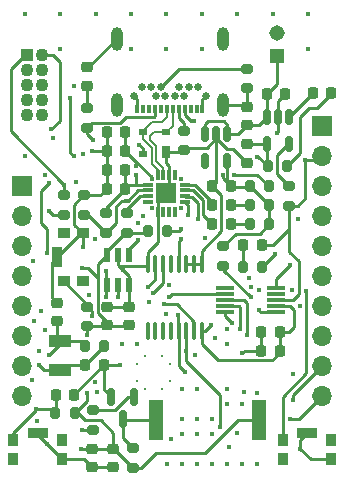
<source format=gbr>
%TF.GenerationSoftware,KiCad,Pcbnew,(6.0.7-1)-1*%
%TF.CreationDate,2022-11-20T21:12:54+11:00*%
%TF.ProjectId,esp32-clover,65737033-322d-4636-9c6f-7665722e6b69,rev?*%
%TF.SameCoordinates,Original*%
%TF.FileFunction,Copper,L1,Top*%
%TF.FilePolarity,Positive*%
%FSLAX46Y46*%
G04 Gerber Fmt 4.6, Leading zero omitted, Abs format (unit mm)*
G04 Created by KiCad (PCBNEW (6.0.7-1)-1) date 2022-11-20 21:12:54*
%MOMM*%
%LPD*%
G01*
G04 APERTURE LIST*
G04 Aperture macros list*
%AMRoundRect*
0 Rectangle with rounded corners*
0 $1 Rounding radius*
0 $2 $3 $4 $5 $6 $7 $8 $9 X,Y pos of 4 corners*
0 Add a 4 corners polygon primitive as box body*
4,1,4,$2,$3,$4,$5,$6,$7,$8,$9,$2,$3,0*
0 Add four circle primitives for the rounded corners*
1,1,$1+$1,$2,$3*
1,1,$1+$1,$4,$5*
1,1,$1+$1,$6,$7*
1,1,$1+$1,$8,$9*
0 Add four rect primitives between the rounded corners*
20,1,$1+$1,$2,$3,$4,$5,0*
20,1,$1+$1,$4,$5,$6,$7,0*
20,1,$1+$1,$6,$7,$8,$9,0*
20,1,$1+$1,$8,$9,$2,$3,0*%
G04 Aperture macros list end*
%TA.AperFunction,SMDPad,CuDef*%
%ADD10R,0.889000X0.990600*%
%TD*%
%TA.AperFunction,SMDPad,CuDef*%
%ADD11R,1.701800X0.812800*%
%TD*%
%TA.AperFunction,SMDPad,CuDef*%
%ADD12R,0.300000X0.300000*%
%TD*%
%TA.AperFunction,SMDPad,CuDef*%
%ADD13R,0.300000X0.900000*%
%TD*%
%TA.AperFunction,SMDPad,CuDef*%
%ADD14R,0.900000X0.300000*%
%TD*%
%TA.AperFunction,SMDPad,CuDef*%
%ADD15R,1.800000X1.800000*%
%TD*%
%TA.AperFunction,SMDPad,CuDef*%
%ADD16RoundRect,0.100000X-0.100000X0.637500X-0.100000X-0.637500X0.100000X-0.637500X0.100000X0.637500X0*%
%TD*%
%TA.AperFunction,SMDPad,CuDef*%
%ADD17RoundRect,0.218750X-0.218750X-0.256250X0.218750X-0.256250X0.218750X0.256250X-0.218750X0.256250X0*%
%TD*%
%TA.AperFunction,SMDPad,CuDef*%
%ADD18RoundRect,0.225000X-0.250000X0.225000X-0.250000X-0.225000X0.250000X-0.225000X0.250000X0.225000X0*%
%TD*%
%TA.AperFunction,SMDPad,CuDef*%
%ADD19RoundRect,0.011200X0.723800X0.128800X-0.723800X0.128800X-0.723800X-0.128800X0.723800X-0.128800X0*%
%TD*%
%TA.AperFunction,SMDPad,CuDef*%
%ADD20R,1.905000X1.092200*%
%TD*%
%TA.AperFunction,SMDPad,CuDef*%
%ADD21RoundRect,0.225000X0.225000X0.250000X-0.225000X0.250000X-0.225000X-0.250000X0.225000X-0.250000X0*%
%TD*%
%TA.AperFunction,SMDPad,CuDef*%
%ADD22RoundRect,0.200000X0.275000X-0.200000X0.275000X0.200000X-0.275000X0.200000X-0.275000X-0.200000X0*%
%TD*%
%TA.AperFunction,SMDPad,CuDef*%
%ADD23R,0.990600X0.889000*%
%TD*%
%TA.AperFunction,SMDPad,CuDef*%
%ADD24R,0.812800X1.701800*%
%TD*%
%TA.AperFunction,SMDPad,CuDef*%
%ADD25RoundRect,0.200000X0.200000X0.275000X-0.200000X0.275000X-0.200000X-0.275000X0.200000X-0.275000X0*%
%TD*%
%TA.AperFunction,SMDPad,CuDef*%
%ADD26RoundRect,0.200000X-0.275000X0.200000X-0.275000X-0.200000X0.275000X-0.200000X0.275000X0.200000X0*%
%TD*%
%TA.AperFunction,SMDPad,CuDef*%
%ADD27RoundRect,0.200000X-0.200000X-0.275000X0.200000X-0.275000X0.200000X0.275000X-0.200000X0.275000X0*%
%TD*%
%TA.AperFunction,SMDPad,CuDef*%
%ADD28RoundRect,0.225000X0.250000X-0.225000X0.250000X0.225000X-0.250000X0.225000X-0.250000X-0.225000X0*%
%TD*%
%TA.AperFunction,SMDPad,CuDef*%
%ADD29R,0.700000X1.000000*%
%TD*%
%TA.AperFunction,SMDPad,CuDef*%
%ADD30R,0.700000X0.600000*%
%TD*%
%TA.AperFunction,SMDPad,CuDef*%
%ADD31RoundRect,0.040600X-0.249400X0.564400X-0.249400X-0.564400X0.249400X-0.564400X0.249400X0.564400X0*%
%TD*%
%TA.AperFunction,ComponentPad*%
%ADD32R,1.308000X1.308000*%
%TD*%
%TA.AperFunction,ComponentPad*%
%ADD33C,1.308000*%
%TD*%
%TA.AperFunction,SMDPad,CuDef*%
%ADD34RoundRect,0.150000X-0.150000X0.512500X-0.150000X-0.512500X0.150000X-0.512500X0.150000X0.512500X0*%
%TD*%
%TA.AperFunction,SMDPad,CuDef*%
%ADD35RoundRect,0.225000X-0.225000X-0.250000X0.225000X-0.250000X0.225000X0.250000X-0.225000X0.250000X0*%
%TD*%
%TA.AperFunction,SMDPad,CuDef*%
%ADD36RoundRect,0.218750X-0.256250X0.218750X-0.256250X-0.218750X0.256250X-0.218750X0.256250X0.218750X0*%
%TD*%
%TA.AperFunction,SMDPad,CuDef*%
%ADD37R,0.350000X0.700000*%
%TD*%
%TA.AperFunction,ComponentPad*%
%ADD38C,0.650000*%
%TD*%
%TA.AperFunction,ComponentPad*%
%ADD39O,1.000000X2.000000*%
%TD*%
%TA.AperFunction,SMDPad,CuDef*%
%ADD40R,1.300000X3.400000*%
%TD*%
%TA.AperFunction,ComponentPad*%
%ADD41R,1.100000X1.100000*%
%TD*%
%TA.AperFunction,ComponentPad*%
%ADD42C,1.100000*%
%TD*%
%TA.AperFunction,SMDPad,CuDef*%
%ADD43RoundRect,0.150000X-0.150000X0.587500X-0.150000X-0.587500X0.150000X-0.587500X0.150000X0.587500X0*%
%TD*%
%TA.AperFunction,SMDPad,CuDef*%
%ADD44RoundRect,0.218750X0.218750X0.256250X-0.218750X0.256250X-0.218750X-0.256250X0.218750X-0.256250X0*%
%TD*%
%TA.AperFunction,ComponentPad*%
%ADD45C,0.300000*%
%TD*%
%TA.AperFunction,ComponentPad*%
%ADD46R,1.700000X1.700000*%
%TD*%
%TA.AperFunction,ComponentPad*%
%ADD47O,1.700000X1.700000*%
%TD*%
%TA.AperFunction,ViaPad*%
%ADD48C,0.450000*%
%TD*%
%TA.AperFunction,Conductor*%
%ADD49C,0.250000*%
%TD*%
%TA.AperFunction,Conductor*%
%ADD50C,0.200000*%
%TD*%
G04 APERTURE END LIST*
D10*
%TO.P,SW2,1,1*%
%TO.N,/ESP32_BOOT*%
X108850002Y-69099999D03*
%TO.P,SW2,2,2*%
%TO.N,unconnected-(SW2-Pad2)*%
X108850002Y-70700001D03*
%TO.P,SW2,3,3*%
%TO.N,unconnected-(SW2-Pad3)*%
X112949998Y-69099999D03*
%TO.P,SW2,4,4*%
%TO.N,GND*%
X112949998Y-70700001D03*
D11*
%TO.P,SW2,5,5*%
X110900000Y-68500000D03*
%TD*%
D12*
%TO.P,U2,1,RS485/GPIO.1*%
%TO.N,unconnected-(U2-Pad1)*%
X100250000Y-46950000D03*
D13*
%TO.P,U2,2,CLK/GPIO.0*%
%TO.N,unconnected-(U2-Pad2)*%
X99750000Y-46650000D03*
%TO.P,U2,3,GND*%
%TO.N,GND*%
X99250000Y-46650000D03*
%TO.P,U2,4,D+*%
%TO.N,/USB_D+*%
X98750000Y-46650000D03*
%TO.P,U2,5,D-*%
%TO.N,/USB_D-*%
X98250000Y-46650000D03*
D12*
%TO.P,U2,6,VDD*%
%TO.N,+3.3V*%
X97750000Y-46950000D03*
D14*
%TO.P,U2,7,VREGIN*%
%TO.N,VBUS*%
X97450000Y-47450000D03*
%TO.P,U2,8,VBUS*%
%TO.N,Net-(D2-Pad4)*%
X97450000Y-47950000D03*
%TO.P,U2,9,~{RST}*%
%TO.N,Net-(R6-Pad1)*%
X97450000Y-48450000D03*
%TO.P,U2,10,NC*%
%TO.N,unconnected-(U2-Pad10)*%
X97450000Y-48950000D03*
D12*
%TO.P,U2,11,~{SUSPEND}*%
%TO.N,unconnected-(U2-Pad11)*%
X97750000Y-49450000D03*
D13*
%TO.P,U2,12,GND*%
%TO.N,GND*%
X98250000Y-49750000D03*
%TO.P,U2,13,~{WAKEUP}*%
%TO.N,unconnected-(U2-Pad13)*%
X98750000Y-49750000D03*
%TO.P,U2,14,SUSPEND*%
%TO.N,unconnected-(U2-Pad14)*%
X99250000Y-49750000D03*
%TO.P,U2,15,~{CTS}*%
%TO.N,unconnected-(U2-Pad15)*%
X99750000Y-49750000D03*
D12*
%TO.P,U2,16,~{RTS}*%
%TO.N,unconnected-(U2-Pad16)*%
X100250000Y-49450000D03*
D14*
%TO.P,U2,17,RXD*%
%TO.N,/UART_RX*%
X100550000Y-48950000D03*
%TO.P,U2,18,TXD*%
%TO.N,/UART_TX*%
X100550000Y-48450000D03*
%TO.P,U2,19,~{RXT}/GPIO.3*%
%TO.N,Net-(D4-Pad1)*%
X100550000Y-47950000D03*
%TO.P,U2,20,~{TXT}/GPIO.2*%
%TO.N,Net-(D3-Pad1)*%
X100550000Y-47450000D03*
D15*
%TO.P,U2,21,GND*%
%TO.N,GND*%
X99000000Y-48200000D03*
%TD*%
D16*
%TO.P,U5,1,A0*%
%TO.N,GND*%
X101975000Y-54137500D03*
%TO.P,U5,2,A1*%
X101325000Y-54137500D03*
%TO.P,U5,3,A2*%
X100675000Y-54137500D03*
%TO.P,U5,4,P0*%
%TO.N,TCA9534_P0*%
X100025000Y-54137500D03*
%TO.P,U5,5,P1*%
%TO.N,TCA9534_P1*%
X99375000Y-54137500D03*
%TO.P,U5,6,P2*%
%TO.N,TCA9534_P2*%
X98725000Y-54137500D03*
%TO.P,U5,7,P3*%
%TO.N,TCA9534_P3*%
X98075000Y-54137500D03*
%TO.P,U5,8,GND*%
%TO.N,GND*%
X97425000Y-54137500D03*
%TO.P,U5,9,P4*%
%TO.N,TCA9534_P4*%
X97425000Y-59862500D03*
%TO.P,U5,10,P5*%
%TO.N,TCA9534_P5*%
X98075000Y-59862500D03*
%TO.P,U5,11,P6*%
%TO.N,TCA9534_P6*%
X98725000Y-59862500D03*
%TO.P,U5,12,P7*%
%TO.N,TCA9534_P7*%
X99375000Y-59862500D03*
%TO.P,U5,13,~{INT}*%
%TO.N,GPIO21{slash}TCA9534_INT*%
X100025000Y-59862500D03*
%TO.P,U5,14,SCL*%
%TO.N,I2C_SCL*%
X100675000Y-59862500D03*
%TO.P,U5,15,SDA*%
%TO.N,I2C_SDA*%
X101325000Y-59862500D03*
%TO.P,U5,16,VDD*%
%TO.N,+3.3V*%
X101975000Y-59862500D03*
%TD*%
D17*
%TO.P,D1,1,K*%
%TO.N,Net-(D1-Pad1)*%
X111400000Y-39700000D03*
%TO.P,D1,2,A*%
%TO.N,Net-(D1-Pad2)*%
X112975000Y-39700000D03*
%TD*%
D18*
%TO.P,C10,1*%
%TO.N,+3.3V*%
X92700000Y-69825000D03*
%TO.P,C10,2*%
%TO.N,GND*%
X92700000Y-71375000D03*
%TD*%
D19*
%TO.P,U6,1,~{CS}*%
%TO.N,GPIO4{slash}ADC_CS*%
X108280000Y-58200000D03*
%TO.P,U6,2,VA*%
%TO.N,+3.3V*%
X108280000Y-57700000D03*
%TO.P,U6,3,GND*%
%TO.N,GND*%
X108280000Y-57200000D03*
%TO.P,U6,4,IN4*%
%TO.N,ADC_IN4*%
X108280000Y-56700000D03*
%TO.P,U6,5,IN3*%
%TO.N,ADC_IN3*%
X108280000Y-56200000D03*
%TO.P,U6,6,IN2*%
%TO.N,ADC_IN2*%
X103980000Y-56200000D03*
%TO.P,U6,7,IN1*%
%TO.N,ADC_IN1*%
X103980000Y-56700000D03*
%TO.P,U6,8,DIN*%
%TO.N,SPI_MOSI*%
X103980000Y-57200000D03*
%TO.P,U6,9,DOUT*%
%TO.N,SPI_MISO*%
X103980000Y-57700000D03*
%TO.P,U6,10,SCLK*%
%TO.N,SPI_SCK*%
X103980000Y-58200000D03*
%TD*%
D20*
%TO.P,Y1,1*%
%TO.N,Net-(C13-Pad1)*%
X90000000Y-60725000D03*
%TO.P,Y1,2*%
%TO.N,Net-(C12-Pad1)*%
X90000000Y-63163400D03*
%TD*%
D21*
%TO.P,C3,1*%
%TO.N,VBUS*%
X95500000Y-47800000D03*
%TO.P,C3,2*%
%TO.N,GND*%
X93950000Y-47800000D03*
%TD*%
D22*
%TO.P,R13,1*%
%TO.N,Net-(R13-Pad1)*%
X103800000Y-54325000D03*
%TO.P,R13,2*%
%TO.N,+3.3V*%
X103800000Y-52675000D03*
%TD*%
D21*
%TO.P,C7,1*%
%TO.N,+3.3V*%
X95500000Y-44600000D03*
%TO.P,C7,2*%
%TO.N,GND*%
X93950000Y-44600000D03*
%TD*%
D23*
%TO.P,SW3,1,1*%
%TO.N,/GPI34{slash}BTN*%
X90299999Y-55649998D03*
%TO.P,SW3,2,2*%
%TO.N,unconnected-(SW3-Pad2)*%
X91900001Y-55649998D03*
%TO.P,SW3,3,3*%
%TO.N,unconnected-(SW3-Pad3)*%
X90299999Y-51550002D03*
%TO.P,SW3,4,4*%
%TO.N,GND*%
X91900001Y-51550002D03*
D24*
%TO.P,SW3,5,5*%
X89700000Y-53600000D03*
%TD*%
D25*
%TO.P,R14,1*%
%TO.N,Net-(JP2-Pad2)*%
X107700000Y-47600000D03*
%TO.P,R14,2*%
%TO.N,+3.3V*%
X106050000Y-47600000D03*
%TD*%
D22*
%TO.P,R3,1*%
%TO.N,GND*%
X109400000Y-49225000D03*
%TO.P,R3,2*%
%TO.N,Net-(R3-Pad2)*%
X109400000Y-47575000D03*
%TD*%
%TO.P,R15,1*%
%TO.N,Net-(JP3-Pad2)*%
X90350000Y-50000000D03*
%TO.P,R15,2*%
%TO.N,+3.3V*%
X90350000Y-48350000D03*
%TD*%
%TO.P,R5,1*%
%TO.N,Net-(D2-Pad4)*%
X92000000Y-50025000D03*
%TO.P,R5,2*%
%TO.N,GND*%
X92000000Y-48375000D03*
%TD*%
D26*
%TO.P,R4,1*%
%TO.N,VBUS*%
X93900000Y-49875000D03*
%TO.P,R4,2*%
%TO.N,Net-(D2-Pad4)*%
X93900000Y-51525000D03*
%TD*%
D27*
%TO.P,R2,1*%
%TO.N,VBUS*%
X107575000Y-45900000D03*
%TO.P,R2,2*%
%TO.N,Net-(D1-Pad2)*%
X109225000Y-45900000D03*
%TD*%
D18*
%TO.P,C11,1*%
%TO.N,+3.3V*%
X94500000Y-69825000D03*
%TO.P,C11,2*%
%TO.N,GND*%
X94500000Y-71375000D03*
%TD*%
D28*
%TO.P,C5,1*%
%TO.N,/VBAT*%
X105800000Y-42400000D03*
%TO.P,C5,2*%
%TO.N,GND*%
X105800000Y-40850000D03*
%TD*%
D18*
%TO.P,C1,1*%
%TO.N,VBUS*%
X105800000Y-44050000D03*
%TO.P,C1,2*%
%TO.N,GND*%
X105800000Y-45600000D03*
%TD*%
D29*
%TO.P,D2,1,A*%
%TO.N,GND*%
X99000000Y-44700000D03*
D30*
%TO.P,D2,2,K*%
%TO.N,/USB_D+*%
X99000000Y-43000000D03*
%TO.P,D2,3,K*%
%TO.N,/USB_D-*%
X97000000Y-43000000D03*
%TO.P,D2,4,K*%
%TO.N,Net-(D2-Pad4)*%
X97000000Y-44900000D03*
%TD*%
D31*
%TO.P,U7,1,VOUT*%
%TO.N,DAC_VOUT*%
X95850000Y-53445000D03*
%TO.P,U7,2,GND*%
%TO.N,GND*%
X94900000Y-53445000D03*
%TO.P,U7,3,VDD*%
%TO.N,+3.3V*%
X93950000Y-53445000D03*
%TO.P,U7,4,SDA*%
%TO.N,I2C_SDA*%
X93950000Y-55955000D03*
%TO.P,U7,5,SCL*%
%TO.N,I2C_SCL*%
X94900000Y-55955000D03*
%TO.P,U7,6,A0*%
%TO.N,GND*%
X95850000Y-55955000D03*
%TD*%
D26*
%TO.P,R6,1*%
%TO.N,Net-(R6-Pad1)*%
X95700000Y-49875000D03*
%TO.P,R6,2*%
%TO.N,+3.3V*%
X95700000Y-51525000D03*
%TD*%
D22*
%TO.P,R1,1*%
%TO.N,GND*%
X100500000Y-44550000D03*
%TO.P,R1,2*%
%TO.N,Net-(J1-PadA5)*%
X100500000Y-42900000D03*
%TD*%
D10*
%TO.P,SW1,1,1*%
%TO.N,Net-(C9-Pad1)*%
X86050002Y-69099999D03*
%TO.P,SW1,2,2*%
%TO.N,unconnected-(SW1-Pad2)*%
X86050002Y-70700001D03*
%TO.P,SW1,3,3*%
%TO.N,unconnected-(SW1-Pad3)*%
X90149998Y-69099999D03*
%TO.P,SW1,4,4*%
%TO.N,GND*%
X90149998Y-70700001D03*
D11*
%TO.P,SW1,5,5*%
X88100000Y-68500000D03*
%TD*%
D28*
%TO.P,C13,1*%
%TO.N,Net-(C13-Pad1)*%
X89700000Y-59000000D03*
%TO.P,C13,2*%
%TO.N,GND*%
X89700000Y-57450000D03*
%TD*%
%TO.P,C15,1*%
%TO.N,+3.3V*%
X95800000Y-59375000D03*
%TO.P,C15,2*%
%TO.N,GND*%
X95800000Y-57825000D03*
%TD*%
D32*
%TO.P,J2,1,1*%
%TO.N,/VBAT*%
X108387500Y-36600000D03*
D33*
%TO.P,J2,2,2*%
%TO.N,GND*%
X108387500Y-34600000D03*
%TD*%
D17*
%TO.P,D4,1,K*%
%TO.N,Net-(D4-Pad1)*%
X102887500Y-50800000D03*
%TO.P,D4,2,A*%
%TO.N,Net-(D4-Pad2)*%
X104462500Y-50800000D03*
%TD*%
D34*
%TO.P,U3,1,VIN*%
%TO.N,/VBAT*%
X104150000Y-43162500D03*
%TO.P,U3,2,GND*%
%TO.N,GND*%
X103200000Y-43162500D03*
%TO.P,U3,3,EN*%
%TO.N,/VBAT*%
X102250000Y-43162500D03*
%TO.P,U3,4,NC*%
%TO.N,unconnected-(U3-Pad4)*%
X102250000Y-45437500D03*
%TO.P,U3,5,VOUT*%
%TO.N,+3.3V*%
X104150000Y-45437500D03*
%TD*%
D26*
%TO.P,R19,1*%
%TO.N,/GPI34{slash}BTN*%
X92300000Y-57775000D03*
%TO.P,R19,2*%
%TO.N,+3.3V*%
X92300000Y-59425000D03*
%TD*%
D27*
%TO.P,R10,1*%
%TO.N,Net-(C9-Pad1)*%
X89575000Y-66825000D03*
%TO.P,R10,2*%
%TO.N,+3.3V*%
X91225000Y-66825000D03*
%TD*%
D28*
%TO.P,C14,1*%
%TO.N,+3.3V*%
X94000000Y-59375000D03*
%TO.P,C14,2*%
%TO.N,GND*%
X94000000Y-57825000D03*
%TD*%
D35*
%TO.P,C9,1*%
%TO.N,Net-(C9-Pad1)*%
X89625000Y-65225000D03*
%TO.P,C9,2*%
%TO.N,GND*%
X91175000Y-65225000D03*
%TD*%
D36*
%TO.P,D6,1,K*%
%TO.N,GND*%
X92300000Y-37525000D03*
%TO.P,D6,2,A*%
%TO.N,Net-(D6-Pad2)*%
X92300000Y-39100000D03*
%TD*%
D26*
%TO.P,R7,1*%
%TO.N,Net-(J1-PadB5)*%
X105800000Y-37650000D03*
%TO.P,R7,2*%
%TO.N,GND*%
X105800000Y-39300000D03*
%TD*%
D35*
%TO.P,C12,1*%
%TO.N,Net-(C12-Pad1)*%
X92125000Y-62700000D03*
%TO.P,C12,2*%
%TO.N,GND*%
X93675000Y-62700000D03*
%TD*%
D17*
%TO.P,D3,1,K*%
%TO.N,Net-(D3-Pad1)*%
X102887500Y-49200000D03*
%TO.P,D3,2,A*%
%TO.N,Net-(D3-Pad2)*%
X104462500Y-49200000D03*
%TD*%
D21*
%TO.P,C2,1*%
%TO.N,VBUS*%
X95500000Y-46200000D03*
%TO.P,C2,2*%
%TO.N,GND*%
X93950000Y-46200000D03*
%TD*%
D25*
%TO.P,R11,1*%
%TO.N,Net-(JP1-Pad1)*%
X99050000Y-51400000D03*
%TO.P,R11,2*%
%TO.N,+3.3V*%
X97400000Y-51400000D03*
%TD*%
D21*
%TO.P,C8,1*%
%TO.N,+3.3V*%
X104450000Y-47600000D03*
%TO.P,C8,2*%
%TO.N,GND*%
X102900000Y-47600000D03*
%TD*%
D37*
%TO.P,J1,A1,GND1.1*%
%TO.N,GND*%
X102050000Y-41037790D03*
%TO.P,J1,A2,SSTXP1*%
%TO.N,unconnected-(J1-PadA2)*%
X101550000Y-41037790D03*
%TO.P,J1,A3,SSTXN1*%
%TO.N,unconnected-(J1-PadA3)*%
X101050000Y-41037790D03*
%TO.P,J1,A4,VBUS1.1*%
%TO.N,VBUS*%
X100550000Y-41037790D03*
%TO.P,J1,A5,CC1*%
%TO.N,Net-(J1-PadA5)*%
X100050000Y-41037790D03*
%TO.P,J1,A6,DP1*%
%TO.N,/USB_D+*%
X99550000Y-41037790D03*
%TO.P,J1,A7,DN1*%
%TO.N,/USB_D-*%
X99050000Y-41037790D03*
%TO.P,J1,A8,SBU1*%
%TO.N,unconnected-(J1-PadA8)*%
X98550000Y-41037790D03*
%TO.P,J1,A9,VBUS1.2*%
%TO.N,VBUS*%
X98050000Y-41037790D03*
%TO.P,J1,A10,SSRXN2*%
%TO.N,unconnected-(J1-PadA10)*%
X97550000Y-41037790D03*
%TO.P,J1,A11,SSRXP2*%
%TO.N,unconnected-(J1-PadA11)*%
X97050000Y-41037790D03*
%TO.P,J1,A12,GND1.2*%
%TO.N,GND*%
X96550000Y-41037790D03*
D38*
%TO.P,J1,B1,GND2.1*%
X96250000Y-39917790D03*
%TO.P,J1,B2,SSTXP2*%
%TO.N,unconnected-(J1-PadB2)*%
X96900000Y-39217790D03*
%TO.P,J1,B3,SSTXN2*%
%TO.N,unconnected-(J1-PadB3)*%
X97700000Y-39217790D03*
%TO.P,J1,B4,VBUS2.1*%
%TO.N,unconnected-(J1-PadB4)*%
X98100000Y-39917790D03*
%TO.P,J1,B5,CC2*%
%TO.N,Net-(J1-PadB5)*%
X98500000Y-39217790D03*
%TO.P,J1,B6,DP2*%
%TO.N,unconnected-(J1-PadB6)*%
X98900000Y-39917790D03*
%TO.P,J1,B7,DN2*%
%TO.N,unconnected-(J1-PadB7)*%
X99700000Y-39917790D03*
%TO.P,J1,B8,SBU2*%
%TO.N,unconnected-(J1-PadB8)*%
X100100000Y-39217790D03*
%TO.P,J1,B9,VBUS2.2*%
%TO.N,unconnected-(J1-PadB9)*%
X100500000Y-39917790D03*
%TO.P,J1,B10,SSRXN1*%
%TO.N,unconnected-(J1-PadB10)*%
X100900000Y-39217790D03*
%TO.P,J1,B11,SSRXP1*%
%TO.N,unconnected-(J1-PadB11)*%
X101700000Y-39217790D03*
%TO.P,J1,B12,GND2.2*%
%TO.N,GND*%
X102350000Y-39917790D03*
D39*
%TO.P,J1,S1,SHIELD*%
X103800000Y-40717790D03*
%TO.P,J1,S2,SHIELD*%
X94800000Y-40717790D03*
%TO.P,J1,S3,SHIELD*%
X103800000Y-35117790D03*
%TO.P,J1,S4,SHIELD*%
X94800000Y-35117790D03*
%TD*%
D40*
%TO.P,LS1,1*%
%TO.N,+3.3V*%
X106850000Y-67400000D03*
%TO.P,LS1,2*%
%TO.N,Net-(LS1-Pad2)*%
X98150000Y-67400000D03*
%TD*%
D27*
%TO.P,R12,1*%
%TO.N,Net-(C13-Pad1)*%
X92075000Y-61100000D03*
%TO.P,R12,2*%
%TO.N,Net-(C12-Pad1)*%
X93725000Y-61100000D03*
%TD*%
D25*
%TO.P,R8,1*%
%TO.N,+3.3V*%
X107700000Y-49200000D03*
%TO.P,R8,2*%
%TO.N,Net-(D3-Pad2)*%
X106050000Y-49200000D03*
%TD*%
D21*
%TO.P,C17,1*%
%TO.N,+3.3V*%
X108600000Y-59900000D03*
%TO.P,C17,2*%
%TO.N,GND*%
X107050000Y-59900000D03*
%TD*%
%TO.P,C6,1*%
%TO.N,+3.3V*%
X95500000Y-43000000D03*
%TO.P,C6,2*%
%TO.N,GND*%
X93950000Y-43000000D03*
%TD*%
D35*
%TO.P,C4,1*%
%TO.N,/VBAT*%
X107500000Y-39800000D03*
%TO.P,C4,2*%
%TO.N,GND*%
X109050000Y-39800000D03*
%TD*%
D41*
%TO.P,J4,1,VTref*%
%TO.N,+3.3V*%
X87165000Y-36460000D03*
D42*
%TO.P,J4,2,SWDIO/TMS*%
%TO.N,/DEBUG_TMS*%
X88435000Y-36460000D03*
%TO.P,J4,3,GND*%
%TO.N,GND*%
X87165000Y-37730000D03*
%TO.P,J4,4,SWDCLK/TCK*%
%TO.N,/DEBUG_TCK*%
X88435000Y-37730000D03*
%TO.P,J4,5,GND*%
%TO.N,GND*%
X87165000Y-39000000D03*
%TO.P,J4,6,SWO/TDO*%
%TO.N,/DEBUG_TDO*%
X88435000Y-39000000D03*
%TO.P,J4,7,KEY*%
%TO.N,unconnected-(J4-Pad7)*%
X87165000Y-40270000D03*
%TO.P,J4,8,NC/TDI*%
%TO.N,/DEBUG_TDI*%
X88435000Y-40270000D03*
%TO.P,J4,9,GNDDetect*%
%TO.N,GND*%
X87165000Y-41540000D03*
%TO.P,J4,10,~{RESET}*%
%TO.N,unconnected-(J4-Pad10)*%
X88435000Y-41540000D03*
%TD*%
D43*
%TO.P,Q1,1,B*%
%TO.N,Net-(Q1-Pad1)*%
X96250000Y-65462500D03*
%TO.P,Q1,2,E*%
%TO.N,GND*%
X94350000Y-65462500D03*
%TO.P,Q1,3,C*%
%TO.N,Net-(LS1-Pad2)*%
X95300000Y-67337500D03*
%TD*%
D25*
%TO.P,R9,1*%
%TO.N,+3.3V*%
X107700000Y-50800000D03*
%TO.P,R9,2*%
%TO.N,Net-(D4-Pad2)*%
X106050000Y-50800000D03*
%TD*%
D27*
%TO.P,R16,1*%
%TO.N,Net-(D5-Pad2)*%
X105475000Y-54400000D03*
%TO.P,R16,2*%
%TO.N,Net-(JP4-Pad2)*%
X107125000Y-54400000D03*
%TD*%
D26*
%TO.P,R20,1*%
%TO.N,Net-(D6-Pad2)*%
X92300000Y-40975000D03*
%TO.P,R20,2*%
%TO.N,VBUS*%
X92300000Y-42625000D03*
%TD*%
%TO.P,R18,1*%
%TO.N,Net-(LS1-Pad2)*%
X96200000Y-69775000D03*
%TO.P,R18,2*%
%TO.N,+3.3V*%
X96200000Y-71425000D03*
%TD*%
D34*
%TO.P,U1,1,STAT*%
%TO.N,Net-(D1-Pad1)*%
X109400000Y-41762500D03*
%TO.P,U1,2,VSS*%
%TO.N,GND*%
X108450000Y-41762500D03*
%TO.P,U1,3,VBAT*%
%TO.N,/VBAT*%
X107500000Y-41762500D03*
%TO.P,U1,4,VDD*%
%TO.N,VBUS*%
X107500000Y-44037500D03*
%TO.P,U1,5,PROG*%
%TO.N,Net-(R3-Pad2)*%
X109400000Y-44037500D03*
%TD*%
D44*
%TO.P,D5,1,K*%
%TO.N,GND*%
X107087500Y-52600000D03*
%TO.P,D5,2,A*%
%TO.N,Net-(D5-Pad2)*%
X105512500Y-52600000D03*
%TD*%
D21*
%TO.P,C16,1*%
%TO.N,+3.3V*%
X108575000Y-61500000D03*
%TO.P,C16,2*%
%TO.N,GND*%
X107025000Y-61500000D03*
%TD*%
D26*
%TO.P,R17,1*%
%TO.N,Net-(Q1-Pad1)*%
X92750000Y-66575000D03*
%TO.P,R17,2*%
%TO.N,GPIO27{slash}PIEZO*%
X92750000Y-68225000D03*
%TD*%
D45*
%TO.P,U4,39_10*%
%TO.N,N/C*%
X97200000Y-64740000D03*
%TO.P,U4,39_11*%
X98600000Y-64740000D03*
%TO.P,U4,39_12*%
X96500000Y-64040000D03*
%TO.P,U4,39_14*%
X99300000Y-64040000D03*
%TO.P,U4,39_17*%
X96500000Y-62640000D03*
%TO.P,U4,39_19*%
X99300000Y-62640000D03*
%TO.P,U4,39_20*%
X97200000Y-61940000D03*
%TO.P,U4,39_21*%
X98600000Y-61940000D03*
%TD*%
D46*
%TO.P,J3,1,Pin_1*%
%TO.N,DAC_VOUT*%
X86800000Y-47575000D03*
D47*
%TO.P,J3,2,Pin_2*%
%TO.N,ADC_IN1*%
X86800000Y-50115000D03*
%TO.P,J3,3,Pin_3*%
%TO.N,TCA9534_P3*%
X86800000Y-52655000D03*
%TO.P,J3,4,Pin_4*%
%TO.N,TCA9534_P2*%
X86800000Y-55195000D03*
%TO.P,J3,5,Pin_5*%
%TO.N,I2C_SCL*%
X86800000Y-57735000D03*
%TO.P,J3,6,Pin_6*%
%TO.N,I2C_SDA*%
X86800000Y-60275000D03*
%TO.P,J3,7,Pin_7*%
%TO.N,UART_RX1*%
X86800000Y-62815000D03*
%TO.P,J3,8,Pin_8*%
%TO.N,UART_TX1*%
X86800000Y-65355000D03*
%TD*%
D46*
%TO.P,J5,1,Pin_1*%
%TO.N,/VBAT*%
X112200000Y-42475000D03*
D47*
%TO.P,J5,2,Pin_2*%
%TO.N,GND*%
X112200000Y-45015000D03*
%TO.P,J5,3,Pin_3*%
%TO.N,ADC_IN3*%
X112200000Y-47555000D03*
%TO.P,J5,4,Pin_4*%
%TO.N,GPIO17*%
X112200000Y-50095000D03*
%TO.P,J5,5,Pin_5*%
%TO.N,SPI_SCK*%
X112200000Y-52635000D03*
%TO.P,J5,6,Pin_6*%
%TO.N,SPI_MOSI*%
X112200000Y-55175000D03*
%TO.P,J5,7,Pin_7*%
%TO.N,SPI_MISO*%
X112200000Y-57715000D03*
%TO.P,J5,8,Pin_8*%
%TO.N,GPIO21{slash}TCA9534_INT*%
X112200000Y-60255000D03*
%TO.P,J5,9,Pin_9*%
%TO.N,/UART_TX*%
X112200000Y-62795000D03*
%TO.P,J5,10,Pin_10*%
%TO.N,/UART_RX*%
X112200000Y-65335000D03*
%TD*%
D48*
%TO.N,VBUS*%
X92800000Y-43650000D03*
X106700000Y-45100000D03*
X101350000Y-42100000D03*
X96450000Y-46650000D03*
%TO.N,GND*%
X99000000Y-33000000D03*
X95250000Y-60960000D03*
X88050000Y-67450000D03*
X101600000Y-67310000D03*
X89400000Y-43500000D03*
X100330000Y-67310000D03*
X88700000Y-46600000D03*
X87750000Y-59000000D03*
X102870000Y-71120000D03*
X99400000Y-69000000D03*
X97500000Y-57400000D03*
X99060000Y-71120000D03*
X103124000Y-60452000D03*
X108000000Y-33000000D03*
X98950000Y-58450000D03*
X102870000Y-68580000D03*
X96000000Y-36000000D03*
X105410000Y-61722000D03*
X101600000Y-71120000D03*
X96520000Y-60960000D03*
X104140000Y-64770000D03*
X106680000Y-71120000D03*
X95325000Y-54675000D03*
X105410000Y-71120000D03*
X102000000Y-36000000D03*
X104140000Y-60960000D03*
X88899998Y-69450002D03*
X102000000Y-33000000D03*
X111000000Y-36000000D03*
X87000000Y-45000000D03*
X111000000Y-33000000D03*
X92700000Y-44600000D03*
X110300000Y-69800000D03*
X100330000Y-71120000D03*
X100330000Y-68580000D03*
X108400000Y-43050000D03*
X110750000Y-45400000D03*
X88200000Y-61500000D03*
X105000000Y-33000000D03*
X93000000Y-33000000D03*
X90000000Y-33000000D03*
X91900000Y-52750000D03*
X104300000Y-69700000D03*
X91950000Y-44900000D03*
X104140000Y-66040000D03*
X101600000Y-64770000D03*
X95050000Y-62700000D03*
X96000000Y-33000000D03*
X90000000Y-36000000D03*
X99250000Y-55950000D03*
X91350000Y-47250000D03*
X101600000Y-68580000D03*
X105410000Y-66040000D03*
X93100000Y-65050000D03*
X92450000Y-56800000D03*
X87700000Y-53950000D03*
X100330000Y-64770000D03*
X87000000Y-33000000D03*
X97050000Y-50150000D03*
X91200000Y-39100000D03*
X106000000Y-55350000D03*
X102870000Y-67310000D03*
X87650000Y-64000000D03*
X104140000Y-59690000D03*
X99000000Y-36000000D03*
X101450000Y-61850000D03*
X104140000Y-71120000D03*
%TO.N,+3.3V*%
X90350000Y-47450000D03*
X91850000Y-54550000D03*
X92250000Y-65100000D03*
X92250000Y-60200500D03*
X96450000Y-45900000D03*
X103749500Y-46600000D03*
X91750000Y-69800000D03*
X102750000Y-59350000D03*
%TO.N,Net-(C9-Pad1)*%
X88000000Y-66450000D03*
%TO.N,Net-(C12-Pad1)*%
X88200000Y-62700000D03*
%TO.N,Net-(C13-Pad1)*%
X89100000Y-61850000D03*
%TO.N,Net-(D2-Pad4)*%
X96691912Y-44058088D03*
X95550000Y-48800000D03*
%TO.N,/UART_RX*%
X100850000Y-50050000D03*
X109450000Y-67300000D03*
X105550000Y-65000000D03*
%TO.N,/UART_TX*%
X101650000Y-50400000D03*
X106650000Y-65100000D03*
X109750000Y-65700000D03*
%TO.N,/DEBUG_TMS*%
X89250000Y-42750000D03*
%TO.N,/DEBUG_TCK*%
X91150000Y-45050000D03*
X96600000Y-50700000D03*
X90855000Y-40150000D03*
%TO.N,/DEBUG_TDI*%
X89050000Y-47300000D03*
X88849500Y-53250000D03*
%TO.N,Net-(JP1-Pad1)*%
X100250000Y-51250000D03*
%TO.N,GPIO21{slash}TCA9534_INT*%
X109750000Y-63500000D03*
X100550000Y-63350000D03*
X100000000Y-58500000D03*
X102250000Y-52000000D03*
%TO.N,I2C_SCL*%
X92950000Y-52050000D03*
X103550000Y-67950000D03*
X100675000Y-61575000D03*
X94900000Y-56950000D03*
%TO.N,Net-(JP2-Pad2)*%
X104700000Y-46600000D03*
%TO.N,I2C_SDA*%
X93900000Y-56950500D03*
X93850000Y-54750000D03*
X98800000Y-57600000D03*
%TO.N,Net-(JP3-Pad2)*%
X89050000Y-49650000D03*
%TO.N,TCA9534_P0*%
X110100500Y-50335898D03*
X100250000Y-52050000D03*
%TO.N,Net-(JP4-Pad2)*%
X108161444Y-53361444D03*
%TO.N,GPIO27{slash}PIEZO*%
X91850000Y-68200000D03*
X88400000Y-58150000D03*
%TO.N,Net-(R13-Pad1)*%
X106150000Y-57000000D03*
%TO.N,/GPI34{slash}BTN*%
X92700000Y-58600000D03*
X92951056Y-64201056D03*
%TO.N,/ESP32_BOOT*%
X110850000Y-56450000D03*
%TO.N,UART_RX1*%
X88699500Y-59750000D03*
%TO.N,GPIO4{slash}ADC_CS*%
X106850000Y-56400000D03*
X106850000Y-58100000D03*
%TO.N,GPIO17*%
X106200000Y-56100000D03*
%TO.N,SPI_SCK*%
X109650000Y-56350000D03*
X104550000Y-59150000D03*
%TO.N,SPI_MOSI*%
X110300500Y-57700000D03*
X105800000Y-60200000D03*
%TO.N,SPI_MISO*%
X105250000Y-59650000D03*
%TO.N,UART_TX1*%
X105000000Y-68450000D03*
%TO.N,TCA9534_P2*%
X97859267Y-56609267D03*
%TO.N,TCA9534_P3*%
X97400000Y-56150000D03*
%TO.N,ADC_IN3*%
X109500000Y-54250000D03*
%TO.N,ADC_IN1*%
X99250000Y-56950000D03*
%TO.N,DAC_VOUT*%
X96600000Y-52125498D03*
%TD*%
D49*
%TO.N,VBUS*%
X98050000Y-41037790D02*
X98050000Y-41637790D01*
X95537210Y-41712790D02*
X97975000Y-41712790D01*
X105800000Y-44050000D02*
X107487500Y-44050000D01*
X107500000Y-44037500D02*
X107500000Y-45825000D01*
X96450000Y-47400000D02*
X96400000Y-47450000D01*
X98050000Y-41637790D02*
X97975000Y-41712790D01*
X93900000Y-49875000D02*
X93900000Y-49400000D01*
X101100000Y-42100000D02*
X101350000Y-42100000D01*
X106700000Y-45100000D02*
X106775000Y-45100000D01*
X100550000Y-41550000D02*
X101100000Y-42100000D01*
X92300000Y-43150000D02*
X92800000Y-43650000D01*
X96450000Y-46650000D02*
X96450000Y-47400000D01*
X95500000Y-46200000D02*
X95500000Y-47800000D01*
X100550000Y-41037790D02*
X100550000Y-41550000D01*
X93900000Y-49400000D02*
X95500000Y-47800000D01*
X107487500Y-44050000D02*
X107500000Y-44037500D01*
X95050000Y-42200000D02*
X92725000Y-42200000D01*
X96400000Y-47450000D02*
X97450000Y-47450000D01*
X92300000Y-42625000D02*
X92300000Y-43150000D01*
X95500000Y-47800000D02*
X95850000Y-47450000D01*
X95850000Y-47450000D02*
X96400000Y-47450000D01*
X95537210Y-41712790D02*
X95050000Y-42200000D01*
X106775000Y-45100000D02*
X107575000Y-45900000D01*
X92725000Y-42200000D02*
X92300000Y-42625000D01*
X107500000Y-45825000D02*
X107575000Y-45900000D01*
%TO.N,GND*%
X107025000Y-61500000D02*
X107025000Y-59925000D01*
X93950000Y-43000000D02*
X93950000Y-47800000D01*
X92300000Y-37525000D02*
X92392790Y-37525000D01*
X95850000Y-55955000D02*
X95850000Y-55200000D01*
X111815000Y-45400000D02*
X112200000Y-45015000D01*
X107025000Y-59925000D02*
X107050000Y-59900000D01*
X91749998Y-51550002D02*
X89700000Y-53600000D01*
X88100000Y-68650003D02*
X88899998Y-69450002D01*
X91200000Y-50850001D02*
X91900001Y-51550002D01*
X90149998Y-70700001D02*
X92025001Y-70700001D01*
X110200000Y-56750000D02*
X109750000Y-57200000D01*
X108450000Y-41762500D02*
X108450000Y-43000000D01*
X101975000Y-53052818D02*
X103650000Y-51377818D01*
X97425000Y-53125000D02*
X98250000Y-52300000D01*
X110750000Y-48600000D02*
X110750000Y-45400000D01*
X103200000Y-47300000D02*
X102900000Y-47600000D01*
X93675000Y-62700000D02*
X93675000Y-64787500D01*
X89300000Y-57050000D02*
X89300000Y-54000000D01*
X91900000Y-52750000D02*
X91900001Y-51550002D01*
X105632000Y-61500000D02*
X105410000Y-61722000D01*
X99250000Y-45900000D02*
X99000000Y-45650000D01*
X91175000Y-65200000D02*
X93675000Y-62700000D01*
X95050000Y-62700000D02*
X93675000Y-62700000D01*
X108450000Y-41762500D02*
X108450000Y-40400000D01*
X102050000Y-40217790D02*
X102350000Y-39917790D01*
X109400000Y-51200000D02*
X109400000Y-49225000D01*
X91900001Y-51550002D02*
X91749998Y-51550002D01*
X100500000Y-44550000D02*
X100700000Y-44350000D01*
X108450000Y-43000000D02*
X108400000Y-43050000D01*
X102396751Y-44350000D02*
X103200000Y-43546751D01*
X96550000Y-41037790D02*
X96550000Y-40217790D01*
X103200000Y-43546751D02*
X104103249Y-44450000D01*
X92700000Y-71375000D02*
X94500000Y-71375000D01*
X104650000Y-44450000D02*
X105800000Y-45600000D01*
X95850000Y-55200000D02*
X95325000Y-54675000D01*
X89300000Y-54000000D02*
X89700000Y-53600000D01*
X111200001Y-70700001D02*
X110300000Y-69800000D01*
X91175000Y-65225000D02*
X91175000Y-65200000D01*
X100675000Y-54137500D02*
X101975000Y-54137500D01*
X103800000Y-40717790D02*
X105667790Y-40717790D01*
X92000000Y-48375000D02*
X93375000Y-48375000D01*
X104103249Y-44450000D02*
X104650000Y-44450000D01*
X98250000Y-52300000D02*
X98250000Y-49750000D01*
X97187500Y-54375000D02*
X97425000Y-54137500D01*
X108000000Y-52600000D02*
X109400000Y-51200000D01*
X102050000Y-41037790D02*
X102050000Y-40217790D01*
X103200000Y-43162500D02*
X103200000Y-47300000D01*
X110125000Y-49225000D02*
X110750000Y-48600000D01*
X108280000Y-57200000D02*
X109750000Y-57200000D01*
X109400000Y-49225000D02*
X110125000Y-49225000D01*
X107087500Y-52600000D02*
X108000000Y-52600000D01*
X110300000Y-69100000D02*
X110900000Y-68500000D01*
X99000000Y-48200000D02*
X98250000Y-48950000D01*
X103650000Y-48350000D02*
X102900000Y-47600000D01*
X95800000Y-57825000D02*
X95800000Y-56005000D01*
X93375000Y-48375000D02*
X93950000Y-47800000D01*
X88899998Y-69450002D02*
X90149998Y-70700001D01*
X101975000Y-54137500D02*
X101975000Y-53052818D01*
X99250000Y-47950000D02*
X99000000Y-48200000D01*
X94900000Y-53445000D02*
X94900000Y-54250000D01*
X103200000Y-43162500D02*
X103200000Y-43546751D01*
X107025000Y-61500000D02*
X105632000Y-61500000D01*
X97425000Y-54137500D02*
X97425000Y-53125000D01*
X109400000Y-51200000D02*
X109400000Y-53150000D01*
X99000000Y-45650000D02*
X99000000Y-44700000D01*
X110300000Y-69800000D02*
X110300000Y-69100000D01*
X110750000Y-45400000D02*
X111815000Y-45400000D01*
X93675000Y-64787500D02*
X94350000Y-65462500D01*
X100700000Y-44350000D02*
X102300000Y-44350000D01*
X94000000Y-57825000D02*
X95800000Y-57825000D01*
X105667790Y-40717790D02*
X105800000Y-40850000D01*
X92000000Y-48375000D02*
X91975000Y-48375000D01*
X100350000Y-44700000D02*
X100500000Y-44550000D01*
X91200000Y-49150000D02*
X91200000Y-50850001D01*
X92392790Y-37525000D02*
X94800000Y-35117790D01*
X99250000Y-46650000D02*
X99250000Y-47950000D01*
X88100000Y-68500000D02*
X88100000Y-68650003D01*
X94900000Y-54250000D02*
X95025000Y-54375000D01*
X92025001Y-70700001D02*
X92700000Y-71375000D01*
X102300000Y-44350000D02*
X102396751Y-44350000D01*
X103650000Y-51377818D02*
X103650000Y-48350000D01*
X99250000Y-46650000D02*
X99250000Y-45900000D01*
X89700000Y-57450000D02*
X89300000Y-57050000D01*
X110200000Y-53950000D02*
X110200000Y-56750000D01*
X91975000Y-48375000D02*
X91200000Y-49150000D01*
X108450000Y-40400000D02*
X109050000Y-39800000D01*
X98250000Y-48950000D02*
X98250000Y-49750000D01*
X95800000Y-56005000D02*
X95850000Y-55955000D01*
X95025000Y-54375000D02*
X97187500Y-54375000D01*
X109400000Y-53150000D02*
X110200000Y-53950000D01*
X105800000Y-40850000D02*
X105800000Y-39300000D01*
X92700000Y-44600000D02*
X93950000Y-44600000D01*
X112949998Y-70700001D02*
X111200001Y-70700001D01*
X99000000Y-44700000D02*
X100350000Y-44700000D01*
X95325000Y-54675000D02*
X94900000Y-54250000D01*
X96550000Y-40217790D02*
X96250000Y-39917790D01*
%TO.N,/VBAT*%
X104150000Y-42400000D02*
X104150000Y-43162500D01*
X107500000Y-39800000D02*
X108387500Y-38912500D01*
X105037500Y-43162500D02*
X105800000Y-42400000D01*
X102250000Y-43162500D02*
X102250000Y-42350000D01*
X103850000Y-42100000D02*
X104150000Y-42400000D01*
X102500000Y-42100000D02*
X103850000Y-42100000D01*
X108387500Y-38912500D02*
X108387500Y-36600000D01*
X107500000Y-41762500D02*
X107500000Y-39800000D01*
X102250000Y-42350000D02*
X102500000Y-42100000D01*
X105800000Y-42400000D02*
X106862500Y-42400000D01*
X104150000Y-43162500D02*
X105037500Y-43162500D01*
X106862500Y-42400000D02*
X107500000Y-41762500D01*
%TO.N,+3.3V*%
X92250000Y-59475000D02*
X92300000Y-59425000D01*
X108575000Y-61675000D02*
X107950000Y-62300000D01*
X94600000Y-69825000D02*
X96200000Y-71425000D01*
X86990000Y-36460000D02*
X87165000Y-36460000D01*
X94000000Y-59375000D02*
X94000000Y-59122182D01*
X107950000Y-62300000D02*
X103350000Y-62300000D01*
X106050000Y-47600000D02*
X106100000Y-47600000D01*
X94475000Y-69800000D02*
X94500000Y-69825000D01*
X93200000Y-55950000D02*
X93200000Y-54195000D01*
X93950000Y-53445000D02*
X93950000Y-53064164D01*
X107700000Y-49200000D02*
X107700000Y-50800000D01*
X103350000Y-62300000D02*
X101975000Y-60925000D01*
X90350000Y-48350000D02*
X90350000Y-47450000D01*
X93200000Y-58322182D02*
X93200000Y-55950000D01*
X96525000Y-45625000D02*
X96525000Y-45825000D01*
X96875000Y-71425000D02*
X98100000Y-70200000D01*
X93200000Y-54195000D02*
X93950000Y-53445000D01*
X92250000Y-60200500D02*
X92250000Y-59475000D01*
X104875000Y-51600000D02*
X103800000Y-52675000D01*
X106000000Y-47650000D02*
X106050000Y-47600000D01*
X94000000Y-59122182D02*
X93200000Y-58322182D01*
X92389803Y-54550000D02*
X91850000Y-54550000D01*
X103749500Y-46899500D02*
X104450000Y-47600000D01*
X108315000Y-57735000D02*
X109435000Y-57735000D01*
X103749500Y-46600000D02*
X103749500Y-46899500D01*
X104150000Y-47650000D02*
X106000000Y-47650000D01*
X104150000Y-45437500D02*
X104150000Y-47650000D01*
X102237500Y-59862500D02*
X102750000Y-59350000D01*
X106100000Y-47600000D02*
X107700000Y-49200000D01*
X101975000Y-60925000D02*
X101975000Y-59862500D01*
X92300000Y-59425000D02*
X95750000Y-59425000D01*
X95700000Y-51525000D02*
X97275000Y-51525000D01*
X91525000Y-66825000D02*
X92100000Y-67400000D01*
X96200000Y-71425000D02*
X96875000Y-71425000D01*
X96525000Y-45825000D02*
X96450000Y-45900000D01*
X109800000Y-59500000D02*
X109400000Y-59900000D01*
X109400000Y-59900000D02*
X108600000Y-59900000D01*
X108600000Y-59900000D02*
X108600000Y-61475000D01*
X93950000Y-53064164D02*
X95489164Y-51525000D01*
X92250000Y-65800000D02*
X92250000Y-65100000D01*
X94500000Y-69825000D02*
X94600000Y-69825000D01*
X85800000Y-42900000D02*
X85800000Y-37650000D01*
X92100000Y-67400000D02*
X93450000Y-67400000D01*
X90350000Y-47450000D02*
X85800000Y-42900000D01*
X108600000Y-61475000D02*
X108575000Y-61500000D01*
X96525000Y-45625000D02*
X97750000Y-46850000D01*
X85800000Y-37650000D02*
X86990000Y-36460000D01*
X106900000Y-51600000D02*
X104875000Y-51600000D01*
X93200000Y-55360197D02*
X92389803Y-54550000D01*
X91225000Y-66825000D02*
X92250000Y-65800000D01*
X107700000Y-50800000D02*
X106900000Y-51600000D01*
X94500000Y-68450000D02*
X94500000Y-69825000D01*
X109800000Y-58100000D02*
X109800000Y-59500000D01*
X95500000Y-44600000D02*
X95500000Y-43000000D01*
X91225000Y-66825000D02*
X91525000Y-66825000D01*
X91750000Y-69800000D02*
X94475000Y-69800000D01*
X95500000Y-44600000D02*
X96525000Y-45625000D01*
X98100000Y-70200000D02*
X102300000Y-70200000D01*
X101975000Y-59862500D02*
X102237500Y-59862500D01*
X93200000Y-55950000D02*
X93200000Y-55360197D01*
X109435000Y-57735000D02*
X109800000Y-58100000D01*
X108280000Y-57700000D02*
X108315000Y-57735000D01*
X95489164Y-51525000D02*
X95700000Y-51525000D01*
X95750000Y-59425000D02*
X95800000Y-59375000D01*
X97750000Y-46850000D02*
X97750000Y-46950000D01*
X108575000Y-61500000D02*
X108575000Y-61675000D01*
X97275000Y-51525000D02*
X97400000Y-51400000D01*
X102300000Y-70200000D02*
X105100000Y-67400000D01*
X105100000Y-67400000D02*
X106850000Y-67400000D01*
X93450000Y-67400000D02*
X94500000Y-68450000D01*
%TO.N,Net-(C9-Pad1)*%
X86050002Y-68499998D02*
X88000000Y-66550000D01*
X88000000Y-66550000D02*
X88000000Y-66450000D01*
X89625000Y-65225000D02*
X89625000Y-66775000D01*
X89625000Y-66775000D02*
X89575000Y-66825000D01*
X89200000Y-66450000D02*
X89575000Y-66825000D01*
X86050002Y-69099999D02*
X86050002Y-68499998D01*
X88000000Y-66450000D02*
X89200000Y-66450000D01*
%TO.N,Net-(C12-Pad1)*%
X90000000Y-63163400D02*
X88663400Y-63163400D01*
X92125000Y-62700000D02*
X90463400Y-62700000D01*
X88663400Y-63163400D02*
X88200000Y-62700000D01*
X90463400Y-62700000D02*
X90000000Y-63163400D01*
X92125000Y-62700000D02*
X93725000Y-61100000D01*
%TO.N,Net-(C13-Pad1)*%
X89700000Y-60425000D02*
X90000000Y-60725000D01*
X91700000Y-60725000D02*
X92075000Y-61100000D01*
X90000000Y-60725000D02*
X90000000Y-60950000D01*
X90000000Y-60725000D02*
X91700000Y-60725000D01*
X90000000Y-60950000D02*
X89100000Y-61850000D01*
X89700000Y-59000000D02*
X89700000Y-60425000D01*
%TO.N,Net-(D1-Pad1)*%
X109400000Y-41700000D02*
X111400000Y-39700000D01*
X109400000Y-41762500D02*
X109400000Y-41700000D01*
%TO.N,Net-(D1-Pad2)*%
X111750000Y-41000000D02*
X111050000Y-41000000D01*
X110350000Y-41700000D02*
X110350000Y-44775000D01*
X111050000Y-41000000D02*
X110350000Y-41700000D01*
X110350000Y-44775000D02*
X109225000Y-45900000D01*
X112975000Y-39700000D02*
X112975000Y-39775000D01*
X112975000Y-39775000D02*
X111750000Y-41000000D01*
D50*
%TO.N,/USB_D+*%
X97650000Y-43300000D02*
X97650000Y-43708734D01*
X98750000Y-46050000D02*
X98750000Y-46650000D01*
X98150000Y-44200000D02*
X98150000Y-45450000D01*
X99000000Y-43000000D02*
X97950000Y-43000000D01*
X98141266Y-44200000D02*
X98150000Y-44200000D01*
X98150000Y-45450000D02*
X98750000Y-46050000D01*
X99550000Y-42450000D02*
X99000000Y-43000000D01*
X97950000Y-43000000D02*
X97650000Y-43300000D01*
X97650000Y-43708734D02*
X98141266Y-44200000D01*
X99550000Y-41037790D02*
X99550000Y-42450000D01*
%TO.N,/USB_D-*%
X98600000Y-42150000D02*
X97750000Y-42150000D01*
X97750000Y-42150000D02*
X97000000Y-42900000D01*
X99050000Y-41700000D02*
X98600000Y-42150000D01*
X97000000Y-42900000D02*
X97000000Y-43000000D01*
X99050000Y-41037790D02*
X99050000Y-41700000D01*
X98250000Y-46650000D02*
X98250000Y-46200000D01*
X98250000Y-46200000D02*
X97737210Y-45687210D01*
X97737210Y-45687210D02*
X97737210Y-44361630D01*
X97737210Y-44361630D02*
X97000000Y-43624420D01*
X97000000Y-43624420D02*
X97000000Y-43000000D01*
D49*
%TO.N,Net-(D2-Pad4)*%
X95752817Y-48800000D02*
X96602817Y-47950000D01*
X92000000Y-50025000D02*
X92400000Y-50025000D01*
X94750000Y-49300000D02*
X95250000Y-48800000D01*
X95250000Y-48800000D02*
X95550000Y-48800000D01*
X94750000Y-50675000D02*
X94750000Y-49300000D01*
X95550000Y-48800000D02*
X95752817Y-48800000D01*
X92400000Y-50025000D02*
X93900000Y-51525000D01*
X97000000Y-44366176D02*
X96691912Y-44058088D01*
X96602817Y-47950000D02*
X97450000Y-47950000D01*
X97000000Y-44900000D02*
X97000000Y-44366176D01*
X93900000Y-51525000D02*
X94750000Y-50675000D01*
%TO.N,Net-(D3-Pad1)*%
X101400000Y-47450000D02*
X102887500Y-48937500D01*
X102887500Y-48937500D02*
X102887500Y-49200000D01*
X100550000Y-47450000D02*
X101400000Y-47450000D01*
%TO.N,Net-(D3-Pad2)*%
X104462500Y-49200000D02*
X106050000Y-49200000D01*
%TO.N,Net-(D4-Pad1)*%
X100550000Y-47950000D02*
X101263604Y-47950000D01*
X102100000Y-50012500D02*
X102887500Y-50800000D01*
X101263604Y-47950000D02*
X102100000Y-48786396D01*
X102100000Y-48786396D02*
X102100000Y-50012500D01*
%TO.N,Net-(D4-Pad2)*%
X104462500Y-50800000D02*
X106050000Y-50800000D01*
%TO.N,Net-(D5-Pad2)*%
X105512500Y-52600000D02*
X105512500Y-54362500D01*
X105512500Y-54362500D02*
X105475000Y-54400000D01*
%TO.N,Net-(J1-PadA5)*%
X100500000Y-42250000D02*
X100500000Y-42900000D01*
X100050000Y-41037790D02*
X100050000Y-41800000D01*
X100050000Y-41800000D02*
X100500000Y-42250000D01*
%TO.N,Net-(J1-PadB5)*%
X100067790Y-37650000D02*
X105800000Y-37650000D01*
X98500000Y-39217790D02*
X100067790Y-37650000D01*
%TO.N,/UART_RX*%
X100850000Y-49250000D02*
X100850000Y-50050000D01*
X100550000Y-48950000D02*
X100850000Y-49250000D01*
X109450000Y-67300000D02*
X110235000Y-67300000D01*
X110235000Y-67300000D02*
X112200000Y-65335000D01*
%TO.N,/UART_TX*%
X100575000Y-48475000D02*
X101152208Y-48475000D01*
X109750000Y-65245000D02*
X112200000Y-62795000D01*
X101650000Y-48972792D02*
X101650000Y-50400000D01*
X101152208Y-48475000D02*
X101650000Y-48972792D01*
X109750000Y-65700000D02*
X109750000Y-65245000D01*
X100550000Y-48450000D02*
X100575000Y-48475000D01*
%TO.N,/DEBUG_TMS*%
X89950000Y-37050000D02*
X89950000Y-42050000D01*
X89950000Y-42050000D02*
X89250000Y-42750000D01*
X89360000Y-36460000D02*
X89950000Y-37050000D01*
X88435000Y-36460000D02*
X89360000Y-36460000D01*
%TO.N,/DEBUG_TCK*%
X90855000Y-40150000D02*
X90855000Y-44755000D01*
X90855000Y-44755000D02*
X91150000Y-45050000D01*
%TO.N,/DEBUG_TDI*%
X88849500Y-53250000D02*
X88849500Y-51199500D01*
X88350000Y-48000000D02*
X89050000Y-47300000D01*
X88849500Y-51199500D02*
X88350000Y-50700000D01*
X88350000Y-50700000D02*
X88350000Y-48000000D01*
%TO.N,Net-(JP1-Pad1)*%
X99050000Y-51400000D02*
X100100000Y-51400000D01*
X100100000Y-51400000D02*
X100250000Y-51250000D01*
%TO.N,GPIO21{slash}TCA9534_INT*%
X100000000Y-58500000D02*
X100000000Y-59837500D01*
X100000000Y-59837500D02*
X100025000Y-59862500D01*
X100025000Y-62825000D02*
X100550000Y-63350000D01*
X100025000Y-59862500D02*
X100025000Y-62825000D01*
%TO.N,I2C_SCL*%
X100675000Y-62425000D02*
X103550000Y-65300000D01*
X100675000Y-61575000D02*
X100675000Y-62425000D01*
X100675000Y-59862500D02*
X100675000Y-61575000D01*
X103550000Y-65300000D02*
X103550000Y-67950000D01*
X94900000Y-55955000D02*
X94900000Y-56950000D01*
%TO.N,Net-(JP2-Pad2)*%
X107700000Y-47600000D02*
X106700000Y-46600000D01*
X106700000Y-46600000D02*
X104700000Y-46600000D01*
%TO.N,I2C_SDA*%
X93850000Y-55855000D02*
X93950000Y-55955000D01*
X101325000Y-59047182D02*
X99877818Y-57600000D01*
X99877818Y-57600000D02*
X98800000Y-57600000D01*
X101325000Y-59862500D02*
X101325000Y-59047182D01*
X93900000Y-56950500D02*
X93900000Y-56005000D01*
X93850000Y-54750000D02*
X93850000Y-55855000D01*
X93900000Y-56005000D02*
X93950000Y-55955000D01*
%TO.N,Net-(JP3-Pad2)*%
X89400000Y-50000000D02*
X89050000Y-49650000D01*
X90350000Y-50000000D02*
X89400000Y-50000000D01*
%TO.N,TCA9534_P0*%
X100025000Y-54137500D02*
X100025000Y-52275000D01*
X100025000Y-52275000D02*
X100250000Y-52050000D01*
%TO.N,Net-(JP4-Pad2)*%
X107125000Y-54397888D02*
X108161444Y-53361444D01*
X107125000Y-54400000D02*
X107125000Y-54397888D01*
%TO.N,GPIO27{slash}PIEZO*%
X91850000Y-68200000D02*
X92725000Y-68200000D01*
X92725000Y-68200000D02*
X92750000Y-68225000D01*
%TO.N,Net-(LS1-Pad2)*%
X95300000Y-67337500D02*
X95362500Y-67400000D01*
X95362500Y-67400000D02*
X98150000Y-67400000D01*
X95300000Y-68875000D02*
X96200000Y-69775000D01*
X95300000Y-67337500D02*
X95300000Y-68875000D01*
%TO.N,Net-(Q1-Pad1)*%
X94646751Y-66575000D02*
X95759251Y-65462500D01*
X95759251Y-65462500D02*
X96250000Y-65462500D01*
X92750000Y-66575000D02*
X94646751Y-66575000D01*
%TO.N,Net-(R3-Pad2)*%
X109400000Y-44037500D02*
X109312500Y-44037500D01*
X108400000Y-46575000D02*
X109400000Y-47575000D01*
X109312500Y-44037500D02*
X108400000Y-44950000D01*
X108400000Y-44950000D02*
X108400000Y-46575000D01*
%TO.N,Net-(R6-Pad1)*%
X95700000Y-49875000D02*
X95700000Y-49489213D01*
X96739213Y-48450000D02*
X97450000Y-48450000D01*
X95700000Y-49489213D02*
X96739213Y-48450000D01*
%TO.N,Net-(R13-Pad1)*%
X103800000Y-54325000D02*
X103800000Y-54650000D01*
X103800000Y-54650000D02*
X106150000Y-57000000D01*
%TO.N,/GPI34{slash}BTN*%
X92300000Y-57649999D02*
X92300000Y-57775000D01*
X92700000Y-58600000D02*
X92700000Y-58175000D01*
X90299999Y-55649998D02*
X92300000Y-57649999D01*
X92700000Y-58175000D02*
X92300000Y-57775000D01*
%TO.N,/ESP32_BOOT*%
X110850000Y-63400000D02*
X110850000Y-56450000D01*
X108850002Y-69099999D02*
X108850002Y-65399998D01*
X108850002Y-65399998D02*
X110850000Y-63400000D01*
%TO.N,GPIO4{slash}ADC_CS*%
X106950000Y-58200000D02*
X106850000Y-58100000D01*
X108280000Y-58200000D02*
X106950000Y-58200000D01*
%TO.N,SPI_SCK*%
X103980000Y-58200000D02*
X103980000Y-58580000D01*
X103980000Y-58580000D02*
X104550000Y-59150000D01*
%TO.N,SPI_MOSI*%
X105550000Y-57200000D02*
X103980000Y-57200000D01*
X105800000Y-57450000D02*
X105550000Y-57200000D01*
X105800000Y-60200000D02*
X105800000Y-57450000D01*
%TO.N,SPI_MISO*%
X105250000Y-57800000D02*
X105250000Y-59650000D01*
X105150000Y-57700000D02*
X105250000Y-57800000D01*
X103980000Y-57700000D02*
X105150000Y-57700000D01*
%TO.N,TCA9534_P2*%
X98725000Y-55743534D02*
X97859267Y-56609267D01*
X98725000Y-54137500D02*
X98725000Y-55743534D01*
%TO.N,TCA9534_P3*%
X98075000Y-55475000D02*
X97400000Y-56150000D01*
X98075000Y-54137500D02*
X98075000Y-55475000D01*
%TO.N,ADC_IN3*%
X108280000Y-56200000D02*
X108280000Y-55470000D01*
X108280000Y-55470000D02*
X109500000Y-54250000D01*
%TO.N,ADC_IN1*%
X103980000Y-56700000D02*
X99500000Y-56700000D01*
X99500000Y-56700000D02*
X99250000Y-56950000D01*
%TO.N,DAC_VOUT*%
X95850000Y-53445000D02*
X95850000Y-52875498D01*
X95850000Y-52875498D02*
X96600000Y-52125498D01*
%TO.N,Net-(D6-Pad2)*%
X92300000Y-40975000D02*
X92300000Y-39100000D01*
%TD*%
M02*

</source>
